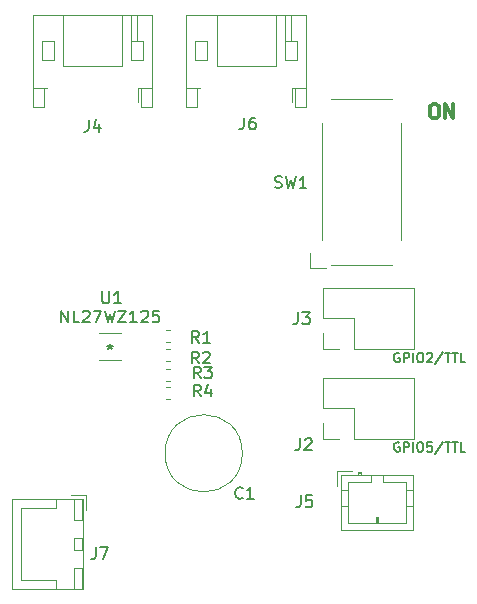
<source format=gto>
G04 #@! TF.GenerationSoftware,KiCad,Pcbnew,(5.1.4)-1*
G04 #@! TF.CreationDate,2021-07-31T01:35:56+09:00*
G04 #@! TF.ProjectId,m5-pantilt,6d352d70-616e-4746-996c-742e6b696361,1*
G04 #@! TF.SameCoordinates,PX5f5e100PY5f5e100*
G04 #@! TF.FileFunction,Legend,Top*
G04 #@! TF.FilePolarity,Positive*
%FSLAX46Y46*%
G04 Gerber Fmt 4.6, Leading zero omitted, Abs format (unit mm)*
G04 Created by KiCad (PCBNEW (5.1.4)-1) date 2021-07-31 01:35:56*
%MOMM*%
%LPD*%
G04 APERTURE LIST*
%ADD10C,0.150000*%
%ADD11C,0.300000*%
%ADD12C,0.120000*%
G04 APERTURE END LIST*
D10*
X42958066Y15132000D02*
X42881876Y15170096D01*
X42767590Y15170096D01*
X42653304Y15132000D01*
X42577114Y15055810D01*
X42539019Y14979620D01*
X42500923Y14827239D01*
X42500923Y14712953D01*
X42539019Y14560572D01*
X42577114Y14484381D01*
X42653304Y14408191D01*
X42767590Y14370096D01*
X42843780Y14370096D01*
X42958066Y14408191D01*
X42996161Y14446286D01*
X42996161Y14712953D01*
X42843780Y14712953D01*
X43339019Y14370096D02*
X43339019Y15170096D01*
X43643780Y15170096D01*
X43719971Y15132000D01*
X43758066Y15093905D01*
X43796161Y15017715D01*
X43796161Y14903429D01*
X43758066Y14827239D01*
X43719971Y14789143D01*
X43643780Y14751048D01*
X43339019Y14751048D01*
X44139019Y14370096D02*
X44139019Y15170096D01*
X44672352Y15170096D02*
X44824733Y15170096D01*
X44900923Y15132000D01*
X44977114Y15055810D01*
X45015209Y14903429D01*
X45015209Y14636762D01*
X44977114Y14484381D01*
X44900923Y14408191D01*
X44824733Y14370096D01*
X44672352Y14370096D01*
X44596161Y14408191D01*
X44519971Y14484381D01*
X44481876Y14636762D01*
X44481876Y14903429D01*
X44519971Y15055810D01*
X44596161Y15132000D01*
X44672352Y15170096D01*
X45739019Y15170096D02*
X45358066Y15170096D01*
X45319971Y14789143D01*
X45358066Y14827239D01*
X45434257Y14865334D01*
X45624733Y14865334D01*
X45700923Y14827239D01*
X45739019Y14789143D01*
X45777114Y14712953D01*
X45777114Y14522477D01*
X45739019Y14446286D01*
X45700923Y14408191D01*
X45624733Y14370096D01*
X45434257Y14370096D01*
X45358066Y14408191D01*
X45319971Y14446286D01*
X46691400Y15208191D02*
X46005685Y14179620D01*
X46843780Y15170096D02*
X47300923Y15170096D01*
X47072352Y14370096D02*
X47072352Y15170096D01*
X47453304Y15170096D02*
X47910447Y15170096D01*
X47681876Y14370096D02*
X47681876Y15170096D01*
X48558066Y14370096D02*
X48177114Y14370096D01*
X48177114Y15170096D01*
X42958066Y22701200D02*
X42881876Y22739296D01*
X42767590Y22739296D01*
X42653304Y22701200D01*
X42577114Y22625010D01*
X42539019Y22548820D01*
X42500923Y22396439D01*
X42500923Y22282153D01*
X42539019Y22129772D01*
X42577114Y22053581D01*
X42653304Y21977391D01*
X42767590Y21939296D01*
X42843780Y21939296D01*
X42958066Y21977391D01*
X42996161Y22015486D01*
X42996161Y22282153D01*
X42843780Y22282153D01*
X43339019Y21939296D02*
X43339019Y22739296D01*
X43643780Y22739296D01*
X43719971Y22701200D01*
X43758066Y22663105D01*
X43796161Y22586915D01*
X43796161Y22472629D01*
X43758066Y22396439D01*
X43719971Y22358343D01*
X43643780Y22320248D01*
X43339019Y22320248D01*
X44139019Y21939296D02*
X44139019Y22739296D01*
X44672352Y22739296D02*
X44824733Y22739296D01*
X44900923Y22701200D01*
X44977114Y22625010D01*
X45015209Y22472629D01*
X45015209Y22205962D01*
X44977114Y22053581D01*
X44900923Y21977391D01*
X44824733Y21939296D01*
X44672352Y21939296D01*
X44596161Y21977391D01*
X44519971Y22053581D01*
X44481876Y22205962D01*
X44481876Y22472629D01*
X44519971Y22625010D01*
X44596161Y22701200D01*
X44672352Y22739296D01*
X45319971Y22663105D02*
X45358066Y22701200D01*
X45434257Y22739296D01*
X45624733Y22739296D01*
X45700923Y22701200D01*
X45739019Y22663105D01*
X45777114Y22586915D01*
X45777114Y22510724D01*
X45739019Y22396439D01*
X45281876Y21939296D01*
X45777114Y21939296D01*
X46691400Y22777391D02*
X46005685Y21748820D01*
X46843780Y22739296D02*
X47300923Y22739296D01*
X47072352Y21939296D02*
X47072352Y22739296D01*
X47453304Y22739296D02*
X47910447Y22739296D01*
X47681876Y21939296D02*
X47681876Y22739296D01*
X48558066Y21939296D02*
X48177114Y21939296D01*
X48177114Y22739296D01*
D11*
X45840742Y43786343D02*
X46069314Y43786343D01*
X46183600Y43729200D01*
X46297885Y43614915D01*
X46355028Y43386343D01*
X46355028Y42986343D01*
X46297885Y42757772D01*
X46183600Y42643486D01*
X46069314Y42586343D01*
X45840742Y42586343D01*
X45726457Y42643486D01*
X45612171Y42757772D01*
X45555028Y42986343D01*
X45555028Y43386343D01*
X45612171Y43614915D01*
X45726457Y43729200D01*
X45840742Y43786343D01*
X46869314Y42586343D02*
X46869314Y43786343D01*
X47555028Y42586343D01*
X47555028Y43786343D01*
D12*
X36516000Y15434000D02*
X36516000Y16764000D01*
X37846000Y15434000D02*
X36516000Y15434000D01*
X36516000Y18034000D02*
X36516000Y20634000D01*
X39116000Y18034000D02*
X36516000Y18034000D01*
X39116000Y15434000D02*
X39116000Y18034000D01*
X36516000Y20634000D02*
X44256000Y20634000D01*
X39116000Y15434000D02*
X44256000Y15434000D01*
X44256000Y15434000D02*
X44256000Y20634000D01*
X33860000Y45140000D02*
X33860000Y43925000D01*
X33800000Y49100000D02*
X33800000Y51360000D01*
X33300000Y49100000D02*
X33300000Y51360000D01*
X26700000Y47500000D02*
X25700000Y47500000D01*
X26700000Y49100000D02*
X26700000Y47500000D01*
X25700000Y49100000D02*
X26700000Y49100000D01*
X25700000Y47500000D02*
X25700000Y49100000D01*
X33300000Y47500000D02*
X34300000Y47500000D01*
X33300000Y49100000D02*
X33300000Y47500000D01*
X34300000Y49100000D02*
X33300000Y49100000D01*
X34300000Y47500000D02*
X34300000Y49100000D01*
X24940000Y45140000D02*
X25860000Y45140000D01*
X35060000Y45140000D02*
X34140000Y45140000D01*
X27500000Y47000000D02*
X27500000Y51360000D01*
X32500000Y47000000D02*
X27500000Y47000000D01*
X32500000Y51360000D02*
X32500000Y47000000D01*
X25860000Y45140000D02*
X26140000Y45140000D01*
X25860000Y43540000D02*
X25860000Y45140000D01*
X24940000Y43540000D02*
X25860000Y43540000D01*
X24940000Y51360000D02*
X24940000Y43540000D01*
X35060000Y51360000D02*
X24940000Y51360000D01*
X35060000Y43540000D02*
X35060000Y51360000D01*
X34140000Y43540000D02*
X35060000Y43540000D01*
X34140000Y45140000D02*
X34140000Y43540000D01*
X33860000Y45140000D02*
X34140000Y45140000D01*
X23234733Y23670800D02*
X23577267Y23670800D01*
X23234733Y24690800D02*
X23577267Y24690800D01*
X23577267Y21994400D02*
X23234733Y21994400D01*
X23577267Y23014400D02*
X23234733Y23014400D01*
X29686000Y14218600D02*
G75*
G03X29686000Y14218600I-3270000J0D01*
G01*
X44256000Y23054000D02*
X44256000Y28254000D01*
X39116000Y23054000D02*
X44256000Y23054000D01*
X36516000Y28254000D02*
X44256000Y28254000D01*
X39116000Y23054000D02*
X39116000Y25654000D01*
X39116000Y25654000D02*
X36516000Y25654000D01*
X36516000Y25654000D02*
X36516000Y28254000D01*
X37846000Y23054000D02*
X36516000Y23054000D01*
X36516000Y23054000D02*
X36516000Y24384000D01*
X37150000Y44200000D02*
X42350000Y44200000D01*
X42350000Y30200000D02*
X37150000Y30200000D01*
X36400000Y32250000D02*
X36400000Y42150000D01*
X43100000Y42150000D02*
X43100000Y32250000D01*
X36750000Y29900000D02*
X35450000Y29900000D01*
X35450000Y29900000D02*
X35450000Y31200000D01*
X19443933Y24402100D02*
X17564067Y24402100D01*
X17564067Y22141500D02*
X19443933Y22141500D01*
X38000000Y12410000D02*
X38000000Y7690000D01*
X38000000Y7690000D02*
X44120000Y7690000D01*
X44120000Y7690000D02*
X44120000Y12410000D01*
X44120000Y12410000D02*
X38000000Y12410000D01*
X39760000Y12410000D02*
X39760000Y12610000D01*
X39760000Y12610000D02*
X39460000Y12610000D01*
X39460000Y12610000D02*
X39460000Y12410000D01*
X39760000Y12510000D02*
X39460000Y12510000D01*
X40560000Y12410000D02*
X40560000Y11800000D01*
X40560000Y11800000D02*
X38610000Y11800000D01*
X38610000Y11800000D02*
X38610000Y8300000D01*
X38610000Y8300000D02*
X43510000Y8300000D01*
X43510000Y8300000D02*
X43510000Y11800000D01*
X43510000Y11800000D02*
X41560000Y11800000D01*
X41560000Y11800000D02*
X41560000Y12410000D01*
X38000000Y11100000D02*
X38610000Y11100000D01*
X38000000Y9800000D02*
X38610000Y9800000D01*
X44120000Y11100000D02*
X43510000Y11100000D01*
X44120000Y9800000D02*
X43510000Y9800000D01*
X40960000Y8300000D02*
X40960000Y8800000D01*
X40960000Y8800000D02*
X41160000Y8800000D01*
X41160000Y8800000D02*
X41160000Y8300000D01*
X41060000Y8300000D02*
X41060000Y8800000D01*
X38950000Y12710000D02*
X37700000Y12710000D01*
X37700000Y12710000D02*
X37700000Y11460000D01*
X20860000Y45140000D02*
X21140000Y45140000D01*
X21140000Y45140000D02*
X21140000Y43540000D01*
X21140000Y43540000D02*
X22060000Y43540000D01*
X22060000Y43540000D02*
X22060000Y51360000D01*
X22060000Y51360000D02*
X11940000Y51360000D01*
X11940000Y51360000D02*
X11940000Y43540000D01*
X11940000Y43540000D02*
X12860000Y43540000D01*
X12860000Y43540000D02*
X12860000Y45140000D01*
X12860000Y45140000D02*
X13140000Y45140000D01*
X19500000Y51360000D02*
X19500000Y47000000D01*
X19500000Y47000000D02*
X14500000Y47000000D01*
X14500000Y47000000D02*
X14500000Y51360000D01*
X22060000Y45140000D02*
X21140000Y45140000D01*
X11940000Y45140000D02*
X12860000Y45140000D01*
X21300000Y47500000D02*
X21300000Y49100000D01*
X21300000Y49100000D02*
X20300000Y49100000D01*
X20300000Y49100000D02*
X20300000Y47500000D01*
X20300000Y47500000D02*
X21300000Y47500000D01*
X12700000Y47500000D02*
X12700000Y49100000D01*
X12700000Y49100000D02*
X13700000Y49100000D01*
X13700000Y49100000D02*
X13700000Y47500000D01*
X13700000Y47500000D02*
X12700000Y47500000D01*
X20300000Y49100000D02*
X20300000Y51360000D01*
X20800000Y49100000D02*
X20800000Y51360000D01*
X20860000Y45140000D02*
X20860000Y43925000D01*
X23564667Y20368800D02*
X23222133Y20368800D01*
X23564667Y21388800D02*
X23222133Y21388800D01*
X23564667Y19864800D02*
X23222133Y19864800D01*
X23564667Y18844800D02*
X23222133Y18844800D01*
X16160000Y10360000D02*
X10190000Y10360000D01*
X10190000Y10360000D02*
X10190000Y2740000D01*
X10190000Y2740000D02*
X16160000Y2740000D01*
X16160000Y2740000D02*
X16160000Y10360000D01*
X16150000Y7050000D02*
X15400000Y7050000D01*
X15400000Y7050000D02*
X15400000Y6050000D01*
X15400000Y6050000D02*
X16150000Y6050000D01*
X16150000Y6050000D02*
X16150000Y7050000D01*
X16150000Y10350000D02*
X15400000Y10350000D01*
X15400000Y10350000D02*
X15400000Y8550000D01*
X15400000Y8550000D02*
X16150000Y8550000D01*
X16150000Y8550000D02*
X16150000Y10350000D01*
X16150000Y4550000D02*
X15400000Y4550000D01*
X15400000Y4550000D02*
X15400000Y2750000D01*
X15400000Y2750000D02*
X16150000Y2750000D01*
X16150000Y2750000D02*
X16150000Y4550000D01*
X13900000Y10350000D02*
X13900000Y9600000D01*
X13900000Y9600000D02*
X10950000Y9600000D01*
X10950000Y9600000D02*
X10950000Y6550000D01*
X13900000Y2750000D02*
X13900000Y3500000D01*
X13900000Y3500000D02*
X10950000Y3500000D01*
X10950000Y3500000D02*
X10950000Y6550000D01*
X16450000Y9400000D02*
X16450000Y10650000D01*
X16450000Y10650000D02*
X15200000Y10650000D01*
D10*
X34566266Y15482820D02*
X34566266Y14768534D01*
X34518647Y14625677D01*
X34423409Y14530439D01*
X34280552Y14482820D01*
X34185314Y14482820D01*
X34994838Y15387581D02*
X35042457Y15435200D01*
X35137695Y15482820D01*
X35375790Y15482820D01*
X35471028Y15435200D01*
X35518647Y15387581D01*
X35566266Y15292343D01*
X35566266Y15197105D01*
X35518647Y15054248D01*
X34947219Y14482820D01*
X35566266Y14482820D01*
X29819066Y42642020D02*
X29819066Y41927734D01*
X29771447Y41784877D01*
X29676209Y41689639D01*
X29533352Y41642020D01*
X29438114Y41642020D01*
X30723828Y42642020D02*
X30533352Y42642020D01*
X30438114Y42594400D01*
X30390495Y42546781D01*
X30295257Y42403924D01*
X30247638Y42213448D01*
X30247638Y41832496D01*
X30295257Y41737258D01*
X30342876Y41689639D01*
X30438114Y41642020D01*
X30628590Y41642020D01*
X30723828Y41689639D01*
X30771447Y41737258D01*
X30819066Y41832496D01*
X30819066Y42070591D01*
X30771447Y42165829D01*
X30723828Y42213448D01*
X30628590Y42261067D01*
X30438114Y42261067D01*
X30342876Y42213448D01*
X30295257Y42165829D01*
X30247638Y42070591D01*
X25995333Y23578620D02*
X25662000Y24054810D01*
X25423904Y23578620D02*
X25423904Y24578620D01*
X25804857Y24578620D01*
X25900095Y24531000D01*
X25947714Y24483381D01*
X25995333Y24388143D01*
X25995333Y24245286D01*
X25947714Y24150048D01*
X25900095Y24102429D01*
X25804857Y24054810D01*
X25423904Y24054810D01*
X26947714Y23578620D02*
X26376285Y23578620D01*
X26662000Y23578620D02*
X26662000Y24578620D01*
X26566761Y24435762D01*
X26471523Y24340524D01*
X26376285Y24292905D01*
X25995333Y21827420D02*
X25662000Y22303610D01*
X25423904Y21827420D02*
X25423904Y22827420D01*
X25804857Y22827420D01*
X25900095Y22779800D01*
X25947714Y22732181D01*
X25995333Y22636943D01*
X25995333Y22494086D01*
X25947714Y22398848D01*
X25900095Y22351229D01*
X25804857Y22303610D01*
X25423904Y22303610D01*
X26376285Y22732181D02*
X26423904Y22779800D01*
X26519142Y22827420D01*
X26757238Y22827420D01*
X26852476Y22779800D01*
X26900095Y22732181D01*
X26947714Y22636943D01*
X26947714Y22541705D01*
X26900095Y22398848D01*
X26328666Y21827420D01*
X26947714Y21827420D01*
X29703733Y10463258D02*
X29656114Y10415639D01*
X29513257Y10368020D01*
X29418019Y10368020D01*
X29275161Y10415639D01*
X29179923Y10510877D01*
X29132304Y10606115D01*
X29084685Y10796591D01*
X29084685Y10939448D01*
X29132304Y11129924D01*
X29179923Y11225162D01*
X29275161Y11320400D01*
X29418019Y11368020D01*
X29513257Y11368020D01*
X29656114Y11320400D01*
X29703733Y11272781D01*
X30656114Y10368020D02*
X30084685Y10368020D01*
X30370400Y10368020D02*
X30370400Y11368020D01*
X30275161Y11225162D01*
X30179923Y11129924D01*
X30084685Y11082305D01*
X34388466Y26150820D02*
X34388466Y25436534D01*
X34340847Y25293677D01*
X34245609Y25198439D01*
X34102752Y25150820D01*
X34007514Y25150820D01*
X34769419Y26150820D02*
X35388466Y26150820D01*
X35055133Y25769867D01*
X35197990Y25769867D01*
X35293228Y25722248D01*
X35340847Y25674629D01*
X35388466Y25579391D01*
X35388466Y25341296D01*
X35340847Y25246058D01*
X35293228Y25198439D01*
X35197990Y25150820D01*
X34912276Y25150820D01*
X34817038Y25198439D01*
X34769419Y25246058D01*
X32448666Y36730039D02*
X32591523Y36682420D01*
X32829619Y36682420D01*
X32924857Y36730039D01*
X32972476Y36777658D01*
X33020095Y36872896D01*
X33020095Y36968134D01*
X32972476Y37063372D01*
X32924857Y37110991D01*
X32829619Y37158610D01*
X32639142Y37206229D01*
X32543904Y37253848D01*
X32496285Y37301467D01*
X32448666Y37396705D01*
X32448666Y37491943D01*
X32496285Y37587181D01*
X32543904Y37634800D01*
X32639142Y37682420D01*
X32877238Y37682420D01*
X33020095Y37634800D01*
X33353428Y37682420D02*
X33591523Y36682420D01*
X33782000Y37396705D01*
X33972476Y36682420D01*
X34210571Y37682420D01*
X35115333Y36682420D02*
X34543904Y36682420D01*
X34829619Y36682420D02*
X34829619Y37682420D01*
X34734380Y37539562D01*
X34639142Y37444324D01*
X34543904Y37396705D01*
X17830895Y27928820D02*
X17830895Y27119296D01*
X17878514Y27024058D01*
X17926133Y26976439D01*
X18021371Y26928820D01*
X18211847Y26928820D01*
X18307085Y26976439D01*
X18354704Y27024058D01*
X18402323Y27119296D01*
X18402323Y27928820D01*
X19402323Y26928820D02*
X18830895Y26928820D01*
X19116609Y26928820D02*
X19116609Y27928820D01*
X19021371Y27785962D01*
X18926133Y27690724D01*
X18830895Y27643105D01*
X14372152Y25303220D02*
X14372152Y26303220D01*
X14943580Y25303220D01*
X14943580Y26303220D01*
X15895961Y25303220D02*
X15419771Y25303220D01*
X15419771Y26303220D01*
X16181676Y26207981D02*
X16229295Y26255600D01*
X16324533Y26303220D01*
X16562628Y26303220D01*
X16657866Y26255600D01*
X16705485Y26207981D01*
X16753104Y26112743D01*
X16753104Y26017505D01*
X16705485Y25874648D01*
X16134057Y25303220D01*
X16753104Y25303220D01*
X17086438Y26303220D02*
X17753104Y26303220D01*
X17324533Y25303220D01*
X18038819Y26303220D02*
X18276914Y25303220D01*
X18467390Y26017505D01*
X18657866Y25303220D01*
X18895961Y26303220D01*
X19181676Y26303220D02*
X19848342Y26303220D01*
X19181676Y25303220D01*
X19848342Y25303220D01*
X20753104Y25303220D02*
X20181676Y25303220D01*
X20467390Y25303220D02*
X20467390Y26303220D01*
X20372152Y26160362D01*
X20276914Y26065124D01*
X20181676Y26017505D01*
X21134057Y26207981D02*
X21181676Y26255600D01*
X21276914Y26303220D01*
X21515009Y26303220D01*
X21610247Y26255600D01*
X21657866Y26207981D01*
X21705485Y26112743D01*
X21705485Y26017505D01*
X21657866Y25874648D01*
X21086438Y25303220D01*
X21705485Y25303220D01*
X22610247Y26303220D02*
X22134057Y26303220D01*
X22086438Y25827029D01*
X22134057Y25874648D01*
X22229295Y25922267D01*
X22467390Y25922267D01*
X22562628Y25874648D01*
X22610247Y25827029D01*
X22657866Y25731791D01*
X22657866Y25493696D01*
X22610247Y25398458D01*
X22562628Y25350839D01*
X22467390Y25303220D01*
X22229295Y25303220D01*
X22134057Y25350839D01*
X22086438Y25398458D01*
X18491200Y23458420D02*
X18491200Y23220324D01*
X18253104Y23315562D02*
X18491200Y23220324D01*
X18729295Y23315562D01*
X18348342Y23029848D02*
X18491200Y23220324D01*
X18634057Y23029848D01*
X18491200Y23458420D02*
X18491200Y23220324D01*
X18253104Y23315562D02*
X18491200Y23220324D01*
X18729295Y23315562D01*
X18348342Y23029848D02*
X18491200Y23220324D01*
X18634057Y23029848D01*
X34617066Y10656820D02*
X34617066Y9942534D01*
X34569447Y9799677D01*
X34474209Y9704439D01*
X34331352Y9656820D01*
X34236114Y9656820D01*
X35569447Y10656820D02*
X35093257Y10656820D01*
X35045638Y10180629D01*
X35093257Y10228248D01*
X35188495Y10275867D01*
X35426590Y10275867D01*
X35521828Y10228248D01*
X35569447Y10180629D01*
X35617066Y10085391D01*
X35617066Y9847296D01*
X35569447Y9752058D01*
X35521828Y9704439D01*
X35426590Y9656820D01*
X35188495Y9656820D01*
X35093257Y9704439D01*
X35045638Y9752058D01*
X16666666Y42457620D02*
X16666666Y41743334D01*
X16619047Y41600477D01*
X16523809Y41505239D01*
X16380952Y41457620D01*
X16285714Y41457620D01*
X17571428Y42124286D02*
X17571428Y41457620D01*
X17333333Y42505239D02*
X17095238Y41790953D01*
X17714285Y41790953D01*
X26147733Y20553420D02*
X25814400Y21029610D01*
X25576304Y20553420D02*
X25576304Y21553420D01*
X25957257Y21553420D01*
X26052495Y21505800D01*
X26100114Y21458181D01*
X26147733Y21362943D01*
X26147733Y21220086D01*
X26100114Y21124848D01*
X26052495Y21077229D01*
X25957257Y21029610D01*
X25576304Y21029610D01*
X26481066Y21553420D02*
X27100114Y21553420D01*
X26766780Y21172467D01*
X26909638Y21172467D01*
X27004876Y21124848D01*
X27052495Y21077229D01*
X27100114Y20981991D01*
X27100114Y20743896D01*
X27052495Y20648658D01*
X27004876Y20601039D01*
X26909638Y20553420D01*
X26623923Y20553420D01*
X26528685Y20601039D01*
X26481066Y20648658D01*
X26147733Y19029420D02*
X25814400Y19505610D01*
X25576304Y19029420D02*
X25576304Y20029420D01*
X25957257Y20029420D01*
X26052495Y19981800D01*
X26100114Y19934181D01*
X26147733Y19838943D01*
X26147733Y19696086D01*
X26100114Y19600848D01*
X26052495Y19553229D01*
X25957257Y19505610D01*
X25576304Y19505610D01*
X27004876Y19696086D02*
X27004876Y19029420D01*
X26766780Y20077039D02*
X26528685Y19362753D01*
X27147733Y19362753D01*
X17266666Y6247620D02*
X17266666Y5533334D01*
X17219047Y5390477D01*
X17123809Y5295239D01*
X16980952Y5247620D01*
X16885714Y5247620D01*
X17647619Y6247620D02*
X18314285Y6247620D01*
X17885714Y5247620D01*
M02*

</source>
